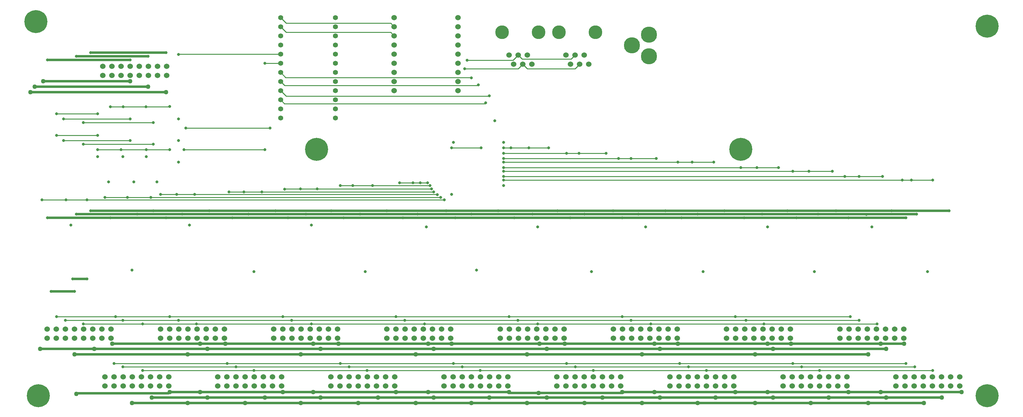
<source format=gbr>
%TF.GenerationSoftware,KiCad,Pcbnew,(6.0.7-1)-1*%
%TF.CreationDate,2023-03-16T12:26:32-07:00*%
%TF.ProjectId,adc_test_board,6164635f-7465-4737-945f-626f6172642e,rev?*%
%TF.SameCoordinates,Original*%
%TF.FileFunction,Copper,L4,Bot*%
%TF.FilePolarity,Positive*%
%FSLAX46Y46*%
G04 Gerber Fmt 4.6, Leading zero omitted, Abs format (unit mm)*
G04 Created by KiCad (PCBNEW (6.0.7-1)-1) date 2023-03-16 12:26:32*
%MOMM*%
%LPD*%
G01*
G04 APERTURE LIST*
%TA.AperFunction,ComponentPad*%
%ADD10C,6.400000*%
%TD*%
%TA.AperFunction,ComponentPad*%
%ADD11C,1.524000*%
%TD*%
%TA.AperFunction,ComponentPad*%
%ADD12C,4.500000*%
%TD*%
%TA.AperFunction,ComponentPad*%
%ADD13C,3.800000*%
%TD*%
%TA.AperFunction,ComponentPad*%
%ADD14C,1.397000*%
%TD*%
%TA.AperFunction,ViaPad*%
%ADD15C,0.800000*%
%TD*%
%TA.AperFunction,ViaPad*%
%ADD16C,1.270000*%
%TD*%
%TA.AperFunction,Conductor*%
%ADD17C,0.635000*%
%TD*%
%TA.AperFunction,Conductor*%
%ADD18C,0.250000*%
%TD*%
G04 APERTURE END LIST*
D10*
%TO.P,H6,1,1*%
%TO.N,unconnected-(H6-Pad1)*%
X209550000Y-72390000D03*
%TD*%
%TO.P,H5,1,1*%
%TO.N,unconnected-(H5-Pad1)*%
X13270000Y-36830000D03*
%TD*%
%TO.P,H4,1,1*%
%TO.N,unconnected-(H4-Pad1)*%
X91440000Y-72390000D03*
%TD*%
%TO.P,H3,1,1*%
%TO.N,unconnected-(H3-Pad1)*%
X13970000Y-140970000D03*
%TD*%
%TO.P,H2,1,1*%
%TO.N,unconnected-(H2-Pad1)*%
X278130000Y-38100000D03*
%TD*%
%TO.P,H1,1,1*%
%TO.N,unconnected-(H1-Pad1)*%
X278130000Y-140970000D03*
%TD*%
D11*
%TO.P,P13,1,P1*%
%TO.N,GND*%
X113030000Y-35760000D03*
%TO.P,P13,2,P2*%
%TO.N,unconnected-(P13-Pad2)*%
X130810000Y-35760000D03*
%TO.P,P13,3,P3*%
%TO.N,/TX*%
X113030000Y-38300000D03*
%TO.P,P13,4,P4*%
%TO.N,unconnected-(P13-Pad4)*%
X130810000Y-38300000D03*
%TO.P,P13,5,P5*%
%TO.N,/RX*%
X113030000Y-40840000D03*
%TO.P,P13,6,P6*%
%TO.N,unconnected-(P13-Pad6)*%
X130810000Y-40840000D03*
%TO.P,P13,7,P7*%
%TO.N,/UC_D12*%
X113030000Y-43380000D03*
%TO.P,P13,8,P8*%
%TO.N,unconnected-(P13-Pad8)*%
X130810000Y-43380000D03*
%TO.P,P13,9,P9*%
%TO.N,unconnected-(P13-Pad9)*%
X113030000Y-45920000D03*
%TO.P,P13,10,P10*%
%TO.N,unconnected-(P13-Pad10)*%
X130810000Y-45920000D03*
%TO.P,P13,11,P11*%
%TO.N,unconnected-(P13-Pad11)*%
X113030000Y-48460000D03*
%TO.P,P13,12,P12*%
%TO.N,unconnected-(P13-Pad12)*%
X130810000Y-48460000D03*
%TO.P,P13,13,P13*%
%TO.N,unconnected-(P13-Pad13)*%
X113030000Y-51000000D03*
%TO.P,P13,14,P14*%
%TO.N,unconnected-(P13-Pad14)*%
X130810000Y-51000000D03*
%TO.P,P13,15,P15*%
%TO.N,+5V*%
X113030000Y-53540000D03*
%TO.P,P13,16,P16*%
%TO.N,/A*%
X130810000Y-53540000D03*
%TO.P,P13,17,P17*%
%TO.N,GND*%
X113030000Y-56080000D03*
%TO.P,P13,18,P18*%
%TO.N,/B*%
X130810000Y-56080000D03*
%TD*%
%TO.P,P15,1,P1*%
%TO.N,unconnected-(P15-Pad1)*%
X205584308Y-124969400D03*
%TO.P,P15,2,P2*%
%TO.N,unconnected-(P15-Pad2)*%
X205584308Y-122429400D03*
%TO.P,P15,3,P3*%
%TO.N,GND*%
X208124308Y-124969400D03*
%TO.P,P15,4,P4*%
%TO.N,/SEL_PD135-*%
X208124308Y-122429400D03*
%TO.P,P15,5,P5*%
%TO.N,GND*%
X210664308Y-124969400D03*
%TO.P,P15,6,P6*%
%TO.N,/SEL_PD90-*%
X210664308Y-122429400D03*
%TO.P,P15,7,P7*%
%TO.N,/LED+*%
X213204308Y-124969400D03*
%TO.P,P15,8,P8*%
%TO.N,/LED-12*%
X213204308Y-122429400D03*
%TO.P,P15,9,P9*%
%TO.N,GND*%
X215744308Y-124969400D03*
%TO.P,P15,10,P10*%
%TO.N,/SEL_TS-*%
X215744308Y-122429400D03*
%TO.P,P15,11,P11*%
%TO.N,/HTR+*%
X218284308Y-124969400D03*
%TO.P,P15,12,P12*%
%TO.N,/HTR-12*%
X218284308Y-122429400D03*
%TO.P,P15,13,P13*%
%TO.N,unconnected-(P15-Pad13)*%
X220824308Y-124969400D03*
%TO.P,P15,14,P14*%
%TO.N,unconnected-(P15-Pad14)*%
X220824308Y-122429400D03*
%TO.P,P15,15,P15*%
%TO.N,/FAN+*%
X223364308Y-124969400D03*
%TO.P,P15,16,P16*%
%TO.N,/FAN-12*%
X223364308Y-122429400D03*
%TD*%
%TO.P,P9,1,P1*%
%TO.N,unconnected-(P9-Pad1)*%
X63931800Y-138270000D03*
%TO.P,P9,2,P2*%
%TO.N,unconnected-(P9-Pad2)*%
X63931800Y-135730000D03*
%TO.P,P9,3,P3*%
%TO.N,GND*%
X66471800Y-138270000D03*
%TO.P,P9,4,P4*%
%TO.N,/SEL_PD135-*%
X66471800Y-135730000D03*
%TO.P,P9,5,P5*%
%TO.N,GND*%
X69011800Y-138270000D03*
%TO.P,P9,6,P6*%
%TO.N,/SEL_PD90-*%
X69011800Y-135730000D03*
%TO.P,P9,7,P7*%
%TO.N,/LED+*%
X71551800Y-138270000D03*
%TO.P,P9,8,P8*%
%TO.N,/LED-3*%
X71551800Y-135730000D03*
%TO.P,P9,9,P9*%
%TO.N,GND*%
X74091800Y-138270000D03*
%TO.P,P9,10,P10*%
%TO.N,/SEL_TS-*%
X74091800Y-135730000D03*
%TO.P,P9,11,P11*%
%TO.N,/HTR+*%
X76631800Y-138270000D03*
%TO.P,P9,12,P12*%
%TO.N,/HTR-3*%
X76631800Y-135730000D03*
%TO.P,P9,13,P13*%
%TO.N,unconnected-(P9-Pad13)*%
X79171800Y-138270000D03*
%TO.P,P9,14,P14*%
%TO.N,unconnected-(P9-Pad14)*%
X79171800Y-135730000D03*
%TO.P,P9,15,P15*%
%TO.N,/FAN+*%
X81711800Y-138270000D03*
%TO.P,P9,16,P16*%
%TO.N,/FAN-3*%
X81711800Y-135730000D03*
%TD*%
%TO.P,P19,1,P1*%
%TO.N,unconnected-(P19-Pad1)*%
X237110000Y-124969400D03*
%TO.P,P19,2,P2*%
%TO.N,unconnected-(P19-Pad2)*%
X237110000Y-122429400D03*
%TO.P,P19,3,P3*%
%TO.N,GND*%
X239650000Y-124969400D03*
%TO.P,P19,4,P4*%
%TO.N,/SEL_PD135-*%
X239650000Y-122429400D03*
%TO.P,P19,5,P5*%
%TO.N,GND*%
X242190000Y-124969400D03*
%TO.P,P19,6,P6*%
%TO.N,/SEL_PD90-*%
X242190000Y-122429400D03*
%TO.P,P19,7,P7*%
%TO.N,/LED+*%
X244730000Y-124969400D03*
%TO.P,P19,8,P8*%
%TO.N,/LED-14*%
X244730000Y-122429400D03*
%TO.P,P19,9,P9*%
%TO.N,GND*%
X247270000Y-124969400D03*
%TO.P,P19,10,P10*%
%TO.N,/SEL_TS-*%
X247270000Y-122429400D03*
%TO.P,P19,11,P11*%
%TO.N,/HTR+*%
X249810000Y-124969400D03*
%TO.P,P19,12,P12*%
%TO.N,/HTR-14*%
X249810000Y-122429400D03*
%TO.P,P19,13,P13*%
%TO.N,unconnected-(P19-Pad13)*%
X252350000Y-124969400D03*
%TO.P,P19,14,P14*%
%TO.N,unconnected-(P19-Pad14)*%
X252350000Y-122429400D03*
%TO.P,P19,15,P15*%
%TO.N,/FAN+*%
X254890000Y-124969400D03*
%TO.P,P19,16,P16*%
%TO.N,/FAN-14*%
X254890000Y-122429400D03*
%TD*%
%TO.P,P18,1,P1*%
%TO.N,unconnected-(P18-Pad1)*%
X111007238Y-124969400D03*
%TO.P,P18,2,P2*%
%TO.N,unconnected-(P18-Pad2)*%
X111007238Y-122429400D03*
%TO.P,P18,3,P3*%
%TO.N,GND*%
X113547238Y-124969400D03*
%TO.P,P18,4,P4*%
%TO.N,/SEL_PD135-*%
X113547238Y-122429400D03*
%TO.P,P18,5,P5*%
%TO.N,GND*%
X116087238Y-124969400D03*
%TO.P,P18,6,P6*%
%TO.N,/SEL_PD90-*%
X116087238Y-122429400D03*
%TO.P,P18,7,P7*%
%TO.N,/LED+*%
X118627238Y-124969400D03*
%TO.P,P18,8,P8*%
%TO.N,/LED-6*%
X118627238Y-122429400D03*
%TO.P,P18,9,P9*%
%TO.N,GND*%
X121167238Y-124969400D03*
%TO.P,P18,10,P10*%
%TO.N,/SEL_TS-*%
X121167238Y-122429400D03*
%TO.P,P18,11,P11*%
%TO.N,/HTR+*%
X123707238Y-124969400D03*
%TO.P,P18,12,P12*%
%TO.N,/HTR-6*%
X123707238Y-122429400D03*
%TO.P,P18,13,P13*%
%TO.N,unconnected-(P18-Pad13)*%
X126247238Y-124969400D03*
%TO.P,P18,14,P14*%
%TO.N,unconnected-(P18-Pad14)*%
X126247238Y-122429400D03*
%TO.P,P18,15,P15*%
%TO.N,/FAN+*%
X128787238Y-124969400D03*
%TO.P,P18,16,P16*%
%TO.N,/FAN-6*%
X128787238Y-122429400D03*
%TD*%
D12*
%TO.P,CON1,1*%
%TO.N,+5V*%
X183937500Y-46500000D03*
%TO.P,CON1,2*%
%TO.N,GND*%
X183937500Y-40500000D03*
%TO.P,CON1,3*%
X179237500Y-43500000D03*
%TD*%
D11*
%TO.P,P16,1,P1*%
%TO.N,unconnected-(P16-Pad1)*%
X95402400Y-138270000D03*
%TO.P,P16,2,P2*%
%TO.N,unconnected-(P16-Pad2)*%
X95402400Y-135730000D03*
%TO.P,P16,3,P3*%
%TO.N,GND*%
X97942400Y-138270000D03*
%TO.P,P16,4,P4*%
%TO.N,/SEL_PD135-*%
X97942400Y-135730000D03*
%TO.P,P16,5,P5*%
%TO.N,GND*%
X100482400Y-138270000D03*
%TO.P,P16,6,P6*%
%TO.N,/SEL_PD90-*%
X100482400Y-135730000D03*
%TO.P,P16,7,P7*%
%TO.N,/LED+*%
X103022400Y-138270000D03*
%TO.P,P16,8,P8*%
%TO.N,/LED-5*%
X103022400Y-135730000D03*
%TO.P,P16,9,P9*%
%TO.N,GND*%
X105562400Y-138270000D03*
%TO.P,P16,10,P10*%
%TO.N,/SEL_TS-*%
X105562400Y-135730000D03*
%TO.P,P16,11,P11*%
%TO.N,/HTR+*%
X108102400Y-138270000D03*
%TO.P,P16,12,P12*%
%TO.N,/HTR-5*%
X108102400Y-135730000D03*
%TO.P,P16,13,P13*%
%TO.N,unconnected-(P16-Pad13)*%
X110642400Y-138270000D03*
%TO.P,P16,14,P14*%
%TO.N,unconnected-(P16-Pad14)*%
X110642400Y-135730000D03*
%TO.P,P16,15,P15*%
%TO.N,/FAN+*%
X113182400Y-138270000D03*
%TO.P,P16,16,P16*%
%TO.N,/FAN-5*%
X113182400Y-135730000D03*
%TD*%
%TO.P,P21,1,P1*%
%TO.N,unconnected-(P21-Pad1)*%
X252755400Y-138270000D03*
%TO.P,P21,2,P2*%
%TO.N,unconnected-(P21-Pad2)*%
X252755400Y-135730000D03*
%TO.P,P21,3,P3*%
%TO.N,GND*%
X255295400Y-138270000D03*
%TO.P,P21,4,P4*%
%TO.N,/SEL_PD135-*%
X255295400Y-135730000D03*
%TO.P,P21,5,P5*%
%TO.N,GND*%
X257835400Y-138270000D03*
%TO.P,P21,6,P6*%
%TO.N,/SEL_PD90-*%
X257835400Y-135730000D03*
%TO.P,P21,7,P7*%
%TO.N,/LED+*%
X260375400Y-138270000D03*
%TO.P,P21,8,P8*%
%TO.N,/LED-15*%
X260375400Y-135730000D03*
%TO.P,P21,9,P9*%
%TO.N,GND*%
X262915400Y-138270000D03*
%TO.P,P21,10,P10*%
%TO.N,/SEL_TS-*%
X262915400Y-135730000D03*
%TO.P,P21,11,P11*%
%TO.N,/HTR+*%
X265455400Y-138270000D03*
%TO.P,P21,12,P12*%
%TO.N,/HTR-15*%
X265455400Y-135730000D03*
%TO.P,P21,13,P13*%
%TO.N,unconnected-(P21-Pad13)*%
X267995400Y-138270000D03*
%TO.P,P21,14,P14*%
%TO.N,unconnected-(P21-Pad14)*%
X267995400Y-135730000D03*
%TO.P,P21,15,P15*%
%TO.N,/FAN+*%
X270535400Y-138270000D03*
%TO.P,P21,16,P16*%
%TO.N,/FAN-15*%
X270535400Y-135730000D03*
%TD*%
%TO.P,P12,1*%
%TO.N,N/C*%
X167200000Y-48719200D03*
%TO.P,P12,2,T2*%
%TO.N,unconnected-(P12-Pad2)*%
X165910000Y-46179200D03*
%TO.P,P12,3,R1*%
%TO.N,/A*%
X164660000Y-48719200D03*
%TO.P,P12,4,T1*%
%TO.N,/B*%
X163370000Y-46179200D03*
%TO.P,P12,5,R2*%
%TO.N,unconnected-(P12-Pad5)*%
X162120000Y-48719200D03*
%TO.P,P12,6*%
%TO.N,N/C*%
X160830000Y-46179200D03*
D13*
%TO.P,P12,MECH*%
X158920000Y-39829200D03*
X169080000Y-39829200D03*
%TD*%
D14*
%TO.P,P6,1,P1*%
%TO.N,/TX*%
X81407000Y-35803200D03*
%TO.P,P6,2,P2*%
%TO.N,+5V*%
X96647000Y-35803200D03*
%TO.P,P6,3,P3*%
%TO.N,/RX*%
X81407000Y-38343200D03*
%TO.P,P6,4,P4*%
%TO.N,GND*%
X96647000Y-38343200D03*
%TO.P,P6,5,P5*%
%TO.N,/RST*%
X81407000Y-40883200D03*
%TO.P,P6,6,P6*%
%TO.N,unconnected-(P6-Pad6)*%
X96647000Y-40883200D03*
%TO.P,P6,7,P7*%
%TO.N,GND*%
X81407000Y-43423200D03*
%TO.P,P6,8,P8*%
%TO.N,+3V3*%
X96647000Y-43423200D03*
%TO.P,P6,9,P9*%
%TO.N,/VIAL_SEL*%
X81407000Y-45963200D03*
%TO.P,P6,10,P10*%
%TO.N,unconnected-(P6-Pad10)*%
X96647000Y-45963200D03*
%TO.P,P6,11,P11*%
%TO.N,/SAM_SEL*%
X81407000Y-48503200D03*
%TO.P,P6,12,P12*%
%TO.N,unconnected-(P6-Pad12)*%
X96647000Y-48503200D03*
%TO.P,P6,13,P13*%
%TO.N,/S0*%
X81407000Y-51043200D03*
%TO.P,P6,14,P14*%
%TO.N,unconnected-(P6-Pad14)*%
X96647000Y-51043200D03*
%TO.P,P6,15,P15*%
%TO.N,/S1*%
X81407000Y-53583200D03*
%TO.P,P6,16,P16*%
%TO.N,unconnected-(P6-Pad16)*%
X96647000Y-53583200D03*
%TO.P,P6,17,P17*%
%TO.N,/S2*%
X81407000Y-56123200D03*
%TO.P,P6,18,P18*%
%TO.N,unconnected-(P6-Pad18)*%
X96647000Y-56123200D03*
%TO.P,P6,19,P19*%
%TO.N,/S3*%
X81407000Y-58663200D03*
%TO.P,P6,20,P20*%
%TO.N,/UC_D12*%
X96647000Y-58663200D03*
%TO.P,P6,21,P21*%
%TO.N,/VIAL_SEL_0*%
X81407000Y-61203200D03*
%TO.P,P6,22,P22*%
%TO.N,unconnected-(P6-Pad22)*%
X96647000Y-61203200D03*
%TO.P,P6,23,P23*%
%TO.N,unconnected-(P6-Pad23)*%
X81407000Y-63743200D03*
%TO.P,P6,24,P24*%
%TO.N,unconnected-(P6-Pad24)*%
X96647000Y-63743200D03*
%TD*%
D11*
%TO.P,P7,1,P1*%
%TO.N,unconnected-(P7-Pad1)*%
X47955858Y-124969400D03*
%TO.P,P7,2,P2*%
%TO.N,unconnected-(P7-Pad2)*%
X47955858Y-122429400D03*
%TO.P,P7,3,P3*%
%TO.N,GND*%
X50495858Y-124969400D03*
%TO.P,P7,4,P4*%
%TO.N,/SEL_PD135-*%
X50495858Y-122429400D03*
%TO.P,P7,5,P5*%
%TO.N,GND*%
X53035858Y-124969400D03*
%TO.P,P7,6,P6*%
%TO.N,/SEL_PD90-*%
X53035858Y-122429400D03*
%TO.P,P7,7,P7*%
%TO.N,/LED+*%
X55575858Y-124969400D03*
%TO.P,P7,8,P8*%
%TO.N,/LED-2*%
X55575858Y-122429400D03*
%TO.P,P7,9,P9*%
%TO.N,GND*%
X58115858Y-124969400D03*
%TO.P,P7,10,P10*%
%TO.N,/SEL_TS-*%
X58115858Y-122429400D03*
%TO.P,P7,11,P11*%
%TO.N,/HTR+*%
X60655858Y-124969400D03*
%TO.P,P7,12,P12*%
%TO.N,/HTR-2*%
X60655858Y-122429400D03*
%TO.P,P7,13,P13*%
%TO.N,unconnected-(P7-Pad13)*%
X63195858Y-124969400D03*
%TO.P,P7,14,P14*%
%TO.N,unconnected-(P7-Pad14)*%
X63195858Y-122429400D03*
%TO.P,P7,15,P15*%
%TO.N,/FAN+*%
X65735858Y-124969400D03*
%TO.P,P7,16,P16*%
%TO.N,/FAN-2*%
X65735858Y-122429400D03*
%TD*%
%TO.P,P20,1,P1*%
%TO.N,unconnected-(P20-Pad1)*%
X126873000Y-138270000D03*
%TO.P,P20,2,P2*%
%TO.N,unconnected-(P20-Pad2)*%
X126873000Y-135730000D03*
%TO.P,P20,3,P3*%
%TO.N,GND*%
X129413000Y-138270000D03*
%TO.P,P20,4,P4*%
%TO.N,/SEL_PD135-*%
X129413000Y-135730000D03*
%TO.P,P20,5,P5*%
%TO.N,GND*%
X131953000Y-138270000D03*
%TO.P,P20,6,P6*%
%TO.N,/SEL_PD90-*%
X131953000Y-135730000D03*
%TO.P,P20,7,P7*%
%TO.N,/LED+*%
X134493000Y-138270000D03*
%TO.P,P20,8,P8*%
%TO.N,/LED-7*%
X134493000Y-135730000D03*
%TO.P,P20,9,P9*%
%TO.N,GND*%
X137033000Y-138270000D03*
%TO.P,P20,10,P10*%
%TO.N,/SEL_TS-*%
X137033000Y-135730000D03*
%TO.P,P20,11,P11*%
%TO.N,/HTR+*%
X139573000Y-138270000D03*
%TO.P,P20,12,P12*%
%TO.N,/HTR-7*%
X139573000Y-135730000D03*
%TO.P,P20,13,P13*%
%TO.N,unconnected-(P20-Pad13)*%
X142113000Y-138270000D03*
%TO.P,P20,14,P14*%
%TO.N,unconnected-(P20-Pad14)*%
X142113000Y-135730000D03*
%TO.P,P20,15,P15*%
%TO.N,/FAN+*%
X144653000Y-138270000D03*
%TO.P,P20,16,P16*%
%TO.N,/FAN-7*%
X144653000Y-135730000D03*
%TD*%
%TO.P,P10,1,P1*%
%TO.N,unconnected-(P10-Pad1)*%
X189814200Y-138270000D03*
%TO.P,P10,2,P2*%
%TO.N,unconnected-(P10-Pad2)*%
X189814200Y-135730000D03*
%TO.P,P10,3,P3*%
%TO.N,GND*%
X192354200Y-138270000D03*
%TO.P,P10,4,P4*%
%TO.N,/SEL_PD135-*%
X192354200Y-135730000D03*
%TO.P,P10,5,P5*%
%TO.N,GND*%
X194894200Y-138270000D03*
%TO.P,P10,6,P6*%
%TO.N,/SEL_PD90-*%
X194894200Y-135730000D03*
%TO.P,P10,7,P7*%
%TO.N,/LED+*%
X197434200Y-138270000D03*
%TO.P,P10,8,P8*%
%TO.N,/LED-11*%
X197434200Y-135730000D03*
%TO.P,P10,9,P9*%
%TO.N,GND*%
X199974200Y-138270000D03*
%TO.P,P10,10,P10*%
%TO.N,/SEL_TS-*%
X199974200Y-135730000D03*
%TO.P,P10,11,P11*%
%TO.N,/HTR+*%
X202514200Y-138270000D03*
%TO.P,P10,12,P12*%
%TO.N,/HTR-11*%
X202514200Y-135730000D03*
%TO.P,P10,13,P13*%
%TO.N,unconnected-(P10-Pad13)*%
X205054200Y-138270000D03*
%TO.P,P10,14,P14*%
%TO.N,unconnected-(P10-Pad14)*%
X205054200Y-135730000D03*
%TO.P,P10,15,P15*%
%TO.N,/FAN+*%
X207594200Y-138270000D03*
%TO.P,P10,16,P16*%
%TO.N,/FAN-11*%
X207594200Y-135730000D03*
%TD*%
%TO.P,P14,1,P1*%
%TO.N,unconnected-(P14-Pad1)*%
X79481548Y-124969400D03*
%TO.P,P14,2,P2*%
%TO.N,unconnected-(P14-Pad2)*%
X79481548Y-122429400D03*
%TO.P,P14,3,P3*%
%TO.N,GND*%
X82021548Y-124969400D03*
%TO.P,P14,4,P4*%
%TO.N,/SEL_PD135-*%
X82021548Y-122429400D03*
%TO.P,P14,5,P5*%
%TO.N,GND*%
X84561548Y-124969400D03*
%TO.P,P14,6,P6*%
%TO.N,/SEL_PD90-*%
X84561548Y-122429400D03*
%TO.P,P14,7,P7*%
%TO.N,/LED+*%
X87101548Y-124969400D03*
%TO.P,P14,8,P8*%
%TO.N,/LED-4*%
X87101548Y-122429400D03*
%TO.P,P14,9,P9*%
%TO.N,GND*%
X89641548Y-124969400D03*
%TO.P,P14,10,P10*%
%TO.N,/SEL_TS-*%
X89641548Y-122429400D03*
%TO.P,P14,11,P11*%
%TO.N,/HTR+*%
X92181548Y-124969400D03*
%TO.P,P14,12,P12*%
%TO.N,/HTR-4*%
X92181548Y-122429400D03*
%TO.P,P14,13,P13*%
%TO.N,unconnected-(P14-Pad13)*%
X94721548Y-124969400D03*
%TO.P,P14,14,P14*%
%TO.N,unconnected-(P14-Pad14)*%
X94721548Y-122429400D03*
%TO.P,P14,15,P15*%
%TO.N,/FAN+*%
X97261548Y-124969400D03*
%TO.P,P14,16,P16*%
%TO.N,/FAN-4*%
X97261548Y-122429400D03*
%TD*%
%TO.P,P8,1,P1*%
%TO.N,unconnected-(P8-Pad1)*%
X174058618Y-124969400D03*
%TO.P,P8,2,P2*%
%TO.N,unconnected-(P8-Pad2)*%
X174058618Y-122429400D03*
%TO.P,P8,3,P3*%
%TO.N,GND*%
X176598618Y-124969400D03*
%TO.P,P8,4,P4*%
%TO.N,/SEL_PD135-*%
X176598618Y-122429400D03*
%TO.P,P8,5,P5*%
%TO.N,GND*%
X179138618Y-124969400D03*
%TO.P,P8,6,P6*%
%TO.N,/SEL_PD90-*%
X179138618Y-122429400D03*
%TO.P,P8,7,P7*%
%TO.N,/LED+*%
X181678618Y-124969400D03*
%TO.P,P8,8,P8*%
%TO.N,/LED-10*%
X181678618Y-122429400D03*
%TO.P,P8,9,P9*%
%TO.N,GND*%
X184218618Y-124969400D03*
%TO.P,P8,10,P10*%
%TO.N,/SEL_TS-*%
X184218618Y-122429400D03*
%TO.P,P8,11,P11*%
%TO.N,/HTR+*%
X186758618Y-124969400D03*
%TO.P,P8,12,P12*%
%TO.N,/HTR-10*%
X186758618Y-122429400D03*
%TO.P,P8,13,P13*%
%TO.N,unconnected-(P8-Pad13)*%
X189298618Y-124969400D03*
%TO.P,P8,14,P14*%
%TO.N,unconnected-(P8-Pad14)*%
X189298618Y-122429400D03*
%TO.P,P8,15,P15*%
%TO.N,/FAN+*%
X191838618Y-124969400D03*
%TO.P,P8,16,P16*%
%TO.N,/FAN-10*%
X191838618Y-122429400D03*
%TD*%
%TO.P,P1,1,P1*%
%TO.N,unconnected-(P1-Pad1)*%
X31904768Y-51830600D03*
%TO.P,P1,2,P2*%
%TO.N,unconnected-(P1-Pad2)*%
X31904768Y-49290600D03*
%TO.P,P1,3,P3*%
%TO.N,GND*%
X34444768Y-51830600D03*
%TO.P,P1,4,P4*%
%TO.N,/PD135-*%
X34444768Y-49290600D03*
%TO.P,P1,5,P5*%
%TO.N,/PD90+*%
X36984768Y-51830600D03*
%TO.P,P1,6,P6*%
%TO.N,/PD90-*%
X36984768Y-49290600D03*
%TO.P,P1,7,P7*%
%TO.N,/LED+*%
X39524768Y-51830600D03*
%TO.P,P1,8,P8*%
%TO.N,/LED-*%
X39524768Y-49290600D03*
%TO.P,P1,9,P9*%
%TO.N,GND*%
X42064768Y-51830600D03*
%TO.P,P1,10,P10*%
%TO.N,/TS-*%
X42064768Y-49290600D03*
%TO.P,P1,11,P11*%
%TO.N,/HTR+*%
X44604768Y-51830600D03*
%TO.P,P1,12,P12*%
%TO.N,/HTR-*%
X44604768Y-49290600D03*
%TO.P,P1,13,P13*%
%TO.N,unconnected-(P1-Pad13)*%
X47144768Y-51830600D03*
%TO.P,P1,14,P14*%
%TO.N,unconnected-(P1-Pad14)*%
X47144768Y-49290600D03*
%TO.P,P1,15,P15*%
%TO.N,/FAN+*%
X49684768Y-51830600D03*
%TO.P,P1,16,P16*%
%TO.N,/FAN-*%
X49684768Y-49290600D03*
%TD*%
%TO.P,P17,1,P1*%
%TO.N,unconnected-(P17-Pad1)*%
X221284800Y-138270000D03*
%TO.P,P17,2,P2*%
%TO.N,unconnected-(P17-Pad2)*%
X221284800Y-135730000D03*
%TO.P,P17,3,P3*%
%TO.N,GND*%
X223824800Y-138270000D03*
%TO.P,P17,4,P4*%
%TO.N,/SEL_PD135-*%
X223824800Y-135730000D03*
%TO.P,P17,5,P5*%
%TO.N,GND*%
X226364800Y-138270000D03*
%TO.P,P17,6,P6*%
%TO.N,/SEL_PD90-*%
X226364800Y-135730000D03*
%TO.P,P17,7,P7*%
%TO.N,/LED+*%
X228904800Y-138270000D03*
%TO.P,P17,8,P8*%
%TO.N,/LED-13*%
X228904800Y-135730000D03*
%TO.P,P17,9,P9*%
%TO.N,GND*%
X231444800Y-138270000D03*
%TO.P,P17,10,P10*%
%TO.N,/SEL_TS-*%
X231444800Y-135730000D03*
%TO.P,P17,11,P11*%
%TO.N,/HTR+*%
X233984800Y-138270000D03*
%TO.P,P17,12,P12*%
%TO.N,/HTR-13*%
X233984800Y-135730000D03*
%TO.P,P17,13,P13*%
%TO.N,unconnected-(P17-Pad13)*%
X236524800Y-138270000D03*
%TO.P,P17,14,P14*%
%TO.N,unconnected-(P17-Pad14)*%
X236524800Y-135730000D03*
%TO.P,P17,15,P15*%
%TO.N,/FAN+*%
X239064800Y-138270000D03*
%TO.P,P17,16,P16*%
%TO.N,/FAN-13*%
X239064800Y-135730000D03*
%TD*%
%TO.P,P11,1*%
%TO.N,N/C*%
X151386500Y-48719200D03*
%TO.P,P11,2,T2*%
%TO.N,unconnected-(P11-Pad2)*%
X150096500Y-46179200D03*
%TO.P,P11,3,R1*%
%TO.N,/A*%
X148846500Y-48719200D03*
%TO.P,P11,4,T1*%
%TO.N,/B*%
X147556500Y-46179200D03*
%TO.P,P11,5,R2*%
%TO.N,unconnected-(P11-Pad5)*%
X146306500Y-48719200D03*
%TO.P,P11,6*%
%TO.N,N/C*%
X145016500Y-46179200D03*
D13*
%TO.P,P11,MECH*%
X143106500Y-39829200D03*
X153266500Y-39829200D03*
%TD*%
D11*
%TO.P,P4,1,P1*%
%TO.N,unconnected-(P4-Pad1)*%
X32461200Y-138270000D03*
%TO.P,P4,2,P2*%
%TO.N,unconnected-(P4-Pad2)*%
X32461200Y-135730000D03*
%TO.P,P4,3,P3*%
%TO.N,GND*%
X35001200Y-138270000D03*
%TO.P,P4,4,P4*%
%TO.N,/SEL_PD135-*%
X35001200Y-135730000D03*
%TO.P,P4,5,P5*%
%TO.N,GND*%
X37541200Y-138270000D03*
%TO.P,P4,6,P6*%
%TO.N,/SEL_PD90-*%
X37541200Y-135730000D03*
%TO.P,P4,7,P7*%
%TO.N,/LED+*%
X40081200Y-138270000D03*
%TO.P,P4,8,P8*%
%TO.N,/LED-1*%
X40081200Y-135730000D03*
%TO.P,P4,9,P9*%
%TO.N,GND*%
X42621200Y-138270000D03*
%TO.P,P4,10,P10*%
%TO.N,/SEL_TS-*%
X42621200Y-135730000D03*
%TO.P,P4,11,P11*%
%TO.N,/HTR+*%
X45161200Y-138270000D03*
%TO.P,P4,12,P12*%
%TO.N,/HTR-1*%
X45161200Y-135730000D03*
%TO.P,P4,13,P13*%
%TO.N,unconnected-(P4-Pad13)*%
X47701200Y-138270000D03*
%TO.P,P4,14,P14*%
%TO.N,unconnected-(P4-Pad14)*%
X47701200Y-135730000D03*
%TO.P,P4,15,P15*%
%TO.N,/FAN+*%
X50241200Y-138270000D03*
%TO.P,P4,16,P16*%
%TO.N,/FAN-1*%
X50241200Y-135730000D03*
%TD*%
%TO.P,P3,1,P1*%
%TO.N,unconnected-(P3-Pad1)*%
X142532928Y-124969400D03*
%TO.P,P3,2,P2*%
%TO.N,unconnected-(P3-Pad2)*%
X142532928Y-122429400D03*
%TO.P,P3,3,P3*%
%TO.N,GND*%
X145072928Y-124969400D03*
%TO.P,P3,4,P4*%
%TO.N,/SEL_PD135-*%
X145072928Y-122429400D03*
%TO.P,P3,5,P5*%
%TO.N,GND*%
X147612928Y-124969400D03*
%TO.P,P3,6,P6*%
%TO.N,/SEL_PD90-*%
X147612928Y-122429400D03*
%TO.P,P3,7,P7*%
%TO.N,/LED+*%
X150152928Y-124969400D03*
%TO.P,P3,8,P8*%
%TO.N,/LED-8*%
X150152928Y-122429400D03*
%TO.P,P3,9,P9*%
%TO.N,GND*%
X152692928Y-124969400D03*
%TO.P,P3,10,P10*%
%TO.N,/SEL_TS-*%
X152692928Y-122429400D03*
%TO.P,P3,11,P11*%
%TO.N,/HTR+*%
X155232928Y-124969400D03*
%TO.P,P3,12,P12*%
%TO.N,/HTR-8*%
X155232928Y-122429400D03*
%TO.P,P3,13,P13*%
%TO.N,unconnected-(P3-Pad13)*%
X157772928Y-124969400D03*
%TO.P,P3,14,P14*%
%TO.N,unconnected-(P3-Pad14)*%
X157772928Y-122429400D03*
%TO.P,P3,15,P15*%
%TO.N,/FAN+*%
X160312928Y-124969400D03*
%TO.P,P3,16,P16*%
%TO.N,/FAN-8*%
X160312928Y-122429400D03*
%TD*%
%TO.P,P2,1,P1*%
%TO.N,unconnected-(P2-Pad1)*%
X16430168Y-124969400D03*
%TO.P,P2,2,P2*%
%TO.N,unconnected-(P2-Pad2)*%
X16430168Y-122429400D03*
%TO.P,P2,3,P3*%
%TO.N,GND*%
X18970168Y-124969400D03*
%TO.P,P2,4,P4*%
%TO.N,/SEL_PD135-*%
X18970168Y-122429400D03*
%TO.P,P2,5,P5*%
%TO.N,GND*%
X21510168Y-124969400D03*
%TO.P,P2,6,P6*%
%TO.N,/SEL_PD90-*%
X21510168Y-122429400D03*
%TO.P,P2,7,P7*%
%TO.N,/LED+*%
X24050168Y-124969400D03*
%TO.P,P2,8,P8*%
%TO.N,/LED-0*%
X24050168Y-122429400D03*
%TO.P,P2,9,P9*%
%TO.N,GND*%
X26590168Y-124969400D03*
%TO.P,P2,10,P10*%
%TO.N,/SEL_TS-*%
X26590168Y-122429400D03*
%TO.P,P2,11,P11*%
%TO.N,/HTR+*%
X29130168Y-124969400D03*
%TO.P,P2,12,P12*%
%TO.N,/HTR-0*%
X29130168Y-122429400D03*
%TO.P,P2,13,P13*%
%TO.N,unconnected-(P2-Pad13)*%
X31670168Y-124969400D03*
%TO.P,P2,14,P14*%
%TO.N,unconnected-(P2-Pad14)*%
X31670168Y-122429400D03*
%TO.P,P2,15,P15*%
%TO.N,/FAN+*%
X34210168Y-124969400D03*
%TO.P,P2,16,P16*%
%TO.N,/FAN-0*%
X34210168Y-122429400D03*
%TD*%
%TO.P,P5,1,P1*%
%TO.N,unconnected-(P5-Pad1)*%
X158343600Y-138270000D03*
%TO.P,P5,2,P2*%
%TO.N,unconnected-(P5-Pad2)*%
X158343600Y-135730000D03*
%TO.P,P5,3,P3*%
%TO.N,GND*%
X160883600Y-138270000D03*
%TO.P,P5,4,P4*%
%TO.N,/SEL_PD135-*%
X160883600Y-135730000D03*
%TO.P,P5,5,P5*%
%TO.N,GND*%
X163423600Y-138270000D03*
%TO.P,P5,6,P6*%
%TO.N,/SEL_PD90-*%
X163423600Y-135730000D03*
%TO.P,P5,7,P7*%
%TO.N,/LED+*%
X165963600Y-138270000D03*
%TO.P,P5,8,P8*%
%TO.N,/LED-9*%
X165963600Y-135730000D03*
%TO.P,P5,9,P9*%
%TO.N,GND*%
X168503600Y-138270000D03*
%TO.P,P5,10,P10*%
%TO.N,/SEL_TS-*%
X168503600Y-135730000D03*
%TO.P,P5,11,P11*%
%TO.N,/HTR+*%
X171043600Y-138270000D03*
%TO.P,P5,12,P12*%
%TO.N,/HTR-9*%
X171043600Y-135730000D03*
%TO.P,P5,13,P13*%
%TO.N,unconnected-(P5-Pad13)*%
X173583600Y-138270000D03*
%TO.P,P5,14,P14*%
%TO.N,unconnected-(P5-Pad14)*%
X173583600Y-135730000D03*
%TO.P,P5,15,P15*%
%TO.N,/FAN+*%
X176123600Y-138270000D03*
%TO.P,P5,16,P16*%
%TO.N,/FAN-9*%
X176123600Y-135730000D03*
%TD*%
D15*
%TO.N,GND*%
X261500000Y-106500000D03*
X153000000Y-94000000D03*
X53000000Y-70000000D03*
X23000000Y-93500000D03*
X168000000Y-106500000D03*
X199000000Y-106500000D03*
X44000000Y-74500000D03*
X141000000Y-64500000D03*
X230000000Y-106500000D03*
X53000000Y-64000000D03*
X129000000Y-85000000D03*
X40000000Y-106000000D03*
X37500000Y-74500000D03*
X105000000Y-106500000D03*
X136000000Y-106000000D03*
X217000000Y-94000000D03*
X74000000Y-106500000D03*
X143500000Y-82500000D03*
X53000000Y-76000000D03*
X122000000Y-94000000D03*
X183000000Y-94000000D03*
X90000000Y-93500000D03*
X30500000Y-74500000D03*
X246000000Y-94000000D03*
X56000000Y-93500000D03*
%TO.N,+3V3*%
X40500000Y-81500000D03*
X129500000Y-70500000D03*
X33500000Y-81500000D03*
X47000000Y-81500000D03*
X143500000Y-70500000D03*
D16*
%TO.N,/LED+*%
X39500000Y-53500000D03*
X166000000Y-143000000D03*
X197500000Y-143000000D03*
X40000000Y-143000000D03*
X103000000Y-143000000D03*
X260500000Y-143000000D03*
X150000000Y-143000000D03*
X87000000Y-129500000D03*
X182000000Y-143000000D03*
X229000000Y-143000000D03*
X150000000Y-129500000D03*
X15348000Y-53500000D03*
X182000000Y-129500000D03*
X71500000Y-143000000D03*
X245000000Y-129500000D03*
X24000000Y-129500000D03*
X119000000Y-129500000D03*
X55500000Y-143000000D03*
X213500000Y-143000000D03*
X87000000Y-143000000D03*
X119000000Y-143000000D03*
X213500000Y-129500000D03*
X134500000Y-143000000D03*
X55500000Y-129500000D03*
X245000000Y-143000000D03*
D15*
%TO.N,/LED-*%
X99000000Y-91500000D03*
X210500000Y-91500000D03*
X83500000Y-91500000D03*
X115500000Y-91500000D03*
X68000000Y-91500000D03*
X193000000Y-91500000D03*
X239500000Y-91500000D03*
X146500000Y-91500000D03*
X255500000Y-91500000D03*
X16500000Y-91500000D03*
X176500000Y-91500000D03*
X130000000Y-91500000D03*
X34000000Y-91500000D03*
X39500000Y-47500000D03*
X49500000Y-91500000D03*
X16500000Y-47500000D03*
X162000000Y-91500000D03*
X225000000Y-91500000D03*
D16*
%TO.N,/HTR+*%
X92500000Y-141500000D03*
X14500000Y-128000000D03*
X155500000Y-141500000D03*
X250000000Y-141500000D03*
X250000000Y-128000000D03*
X61000000Y-141500000D03*
X108500000Y-141500000D03*
X187000000Y-128000000D03*
X187000000Y-141500000D03*
X45500000Y-141500000D03*
X12930500Y-55009399D03*
X124000000Y-141500000D03*
X202500000Y-141500000D03*
X171000000Y-141500000D03*
X265500000Y-141500000D03*
X124000000Y-128000000D03*
X139500000Y-141500000D03*
X218500000Y-128000000D03*
X218500000Y-141500000D03*
X234000000Y-141500000D03*
X92500000Y-128000000D03*
X155500000Y-128000000D03*
X44500000Y-55000000D03*
X29500000Y-128000000D03*
X77000000Y-141500000D03*
X61000000Y-128000000D03*
D15*
%TO.N,/HTR-*%
X231000000Y-90500000D03*
X119500000Y-90500000D03*
X88500000Y-90500000D03*
X166000000Y-90500000D03*
X103500000Y-90500000D03*
X24500000Y-46500000D03*
X44500000Y-46500000D03*
X72500000Y-90500000D03*
X181000000Y-90500000D03*
X244500000Y-90583000D03*
X258500000Y-90500000D03*
X215500000Y-90500000D03*
X24500000Y-90500000D03*
X41500000Y-90500000D03*
X197500000Y-90500000D03*
X134500000Y-90500000D03*
X151500000Y-90500000D03*
X54000000Y-90500000D03*
D16*
%TO.N,/FAN+*%
X59000000Y-126500000D03*
X49500000Y-56500000D03*
X24500000Y-140500000D03*
X185500000Y-140000000D03*
X90500000Y-126500000D03*
X248500000Y-140000000D03*
X59000000Y-140000000D03*
X176500000Y-140000000D03*
X208000000Y-140000000D03*
X239500000Y-140000000D03*
X217000000Y-126500000D03*
X185500000Y-126500000D03*
X11778500Y-56500000D03*
X66000000Y-126500000D03*
X122500000Y-140000000D03*
X223500000Y-126500000D03*
X192000000Y-126500000D03*
X122500000Y-126500000D03*
X129000000Y-126500000D03*
X255000000Y-126500000D03*
X160500000Y-126500000D03*
X34500000Y-126500000D03*
X217000000Y-140000000D03*
X145000000Y-140000000D03*
X50500000Y-140000000D03*
X153500000Y-126500000D03*
X90500000Y-140000000D03*
X97500000Y-126500000D03*
X113500000Y-140000000D03*
X82000000Y-140000000D03*
X271000000Y-140000000D03*
X153273043Y-140273043D03*
X248500000Y-126500000D03*
D15*
%TO.N,/FAN-*%
X236000000Y-89500000D03*
X222500000Y-89500000D03*
X251500000Y-89500000D03*
X95500000Y-89500000D03*
X142000000Y-89500000D03*
X174000000Y-89500000D03*
X188500000Y-89500000D03*
X205000000Y-89500000D03*
X158500000Y-89500000D03*
X267500000Y-89500000D03*
X61500000Y-89500000D03*
X28500000Y-45500000D03*
X80000000Y-89500000D03*
X49500000Y-45500000D03*
X111000000Y-89500000D03*
X28500000Y-89500000D03*
X127500000Y-89500000D03*
X46000000Y-89500000D03*
%TO.N,/SEL_PD135-*%
X19000000Y-62500000D03*
X35500000Y-119000000D03*
X161000000Y-132000000D03*
X66500000Y-132000000D03*
X19000000Y-119000000D03*
X129500000Y-132000000D03*
X30500000Y-62500000D03*
X145000000Y-119000000D03*
X176500000Y-119000000D03*
X35000000Y-132000000D03*
X192500000Y-132000000D03*
X255500000Y-132000000D03*
X224000000Y-132000000D03*
X98000000Y-132000000D03*
X208000000Y-119000000D03*
X113500000Y-119000000D03*
X19000000Y-68500000D03*
X82000000Y-119000000D03*
X50500000Y-119000000D03*
X30500000Y-68500000D03*
X240000000Y-119000000D03*
%TO.N,/SEL_PD90-*%
X84500000Y-120000000D03*
X21000000Y-70000000D03*
X39500000Y-70000000D03*
X132000000Y-133000000D03*
X147500000Y-120000000D03*
X179000000Y-120000000D03*
X53000000Y-120000000D03*
X195000000Y-133000000D03*
X21000000Y-64000000D03*
X100500000Y-133000000D03*
X39500000Y-64000000D03*
X242500000Y-120000000D03*
X258000000Y-133000000D03*
X69000000Y-133000000D03*
X226500000Y-133000000D03*
X116000000Y-120000000D03*
X37500000Y-120000000D03*
X163500000Y-133000000D03*
X21500000Y-120000000D03*
X37500000Y-133000000D03*
X211000000Y-120000000D03*
%TO.N,/LED-0*%
X24000000Y-112000000D03*
X17500000Y-112000000D03*
%TO.N,/SEL_TS-*%
X46000000Y-71000000D03*
X26500000Y-71000000D03*
X90000000Y-121000000D03*
X137000000Y-134000000D03*
X153000000Y-121000000D03*
X231500000Y-134000000D03*
X105500000Y-134000000D03*
X216000000Y-121000000D03*
X43000000Y-121000000D03*
X46000000Y-65000000D03*
X263000000Y-134000000D03*
X43000000Y-134000000D03*
X58000000Y-121000000D03*
X74000000Y-134000000D03*
X168500000Y-134000000D03*
X247500000Y-121000000D03*
X121500000Y-121000000D03*
X26500000Y-121000000D03*
X26500000Y-65000000D03*
X200000000Y-134000000D03*
X184500000Y-121000000D03*
%TO.N,/HTR-0*%
X27500000Y-108500000D03*
X23500000Y-108500000D03*
%TO.N,/VIAL_SEL*%
X37600500Y-60600500D03*
X53000000Y-46000000D03*
X50500000Y-60500000D03*
X43899500Y-60600500D03*
X34000000Y-60600500D03*
%TO.N,/S0*%
X134500000Y-52500000D03*
%TO.N,/S1*%
X136500000Y-54500000D03*
%TO.N,/S2*%
X139500000Y-57500000D03*
%TO.N,/S3*%
X138500000Y-59500000D03*
%TO.N,/SAM_SEL*%
X54500000Y-72500000D03*
X44000000Y-72500000D03*
X50500000Y-72500000D03*
X37000000Y-72500000D03*
X77000000Y-72500000D03*
X77000000Y-48500000D03*
X30500000Y-72500000D03*
%TO.N,/Y8*%
X145500000Y-72000000D03*
X156000000Y-72000000D03*
X150500000Y-72000000D03*
X143500000Y-72000000D03*
%TO.N,/Y0*%
X21649500Y-86500000D03*
X27500000Y-86500000D03*
X15000000Y-86500000D03*
X127000000Y-86500000D03*
%TO.N,/Y9*%
X143500000Y-73500000D03*
X161000000Y-73500000D03*
X164500000Y-73500000D03*
X172000000Y-73500000D03*
%TO.N,/Y1*%
X45275500Y-85775500D03*
X126000000Y-85775500D03*
X38775500Y-85775500D03*
X32500000Y-85775500D03*
%TO.N,/Y10*%
X186000000Y-75000000D03*
X175500000Y-75000000D03*
X179000000Y-75000000D03*
X143500000Y-75000000D03*
%TO.N,/Y2*%
X125000000Y-85051000D03*
X52500000Y-85000000D03*
X48000000Y-85000000D03*
X57500000Y-85000000D03*
%TO.N,/Y11*%
X202000000Y-76000000D03*
X143500000Y-76000000D03*
X192000000Y-76000000D03*
X196000000Y-76000000D03*
%TO.N,/Y3*%
X71224500Y-84275500D03*
X124000000Y-84275500D03*
X76224500Y-84275500D03*
X67000000Y-84275500D03*
%TO.N,/Y12*%
X220000000Y-77500000D03*
X209500000Y-77500000D03*
X143500000Y-77500000D03*
X214000000Y-77500000D03*
%TO.N,/Y4*%
X86935462Y-83435462D03*
X123458390Y-83435462D03*
X91564538Y-83435462D03*
X82500000Y-83500000D03*
%TO.N,/Y13*%
X224000000Y-78500000D03*
X228500000Y-78500000D03*
X143500000Y-78500000D03*
X235000000Y-78500000D03*
%TO.N,/Y5*%
X107000000Y-82500000D03*
X101500000Y-82500000D03*
X123000000Y-82500000D03*
X98000000Y-82500000D03*
%TO.N,/Y14*%
X143500000Y-80000000D03*
X242500000Y-80000000D03*
X238500000Y-80000000D03*
X249000000Y-80000000D03*
%TO.N,/Y6*%
X118275500Y-81775500D03*
X114500000Y-81775500D03*
X120275500Y-81775500D03*
X122293245Y-81775500D03*
%TO.N,/Y15*%
X257000000Y-81000000D03*
X254500000Y-81000000D03*
X143500000Y-81000000D03*
X263000000Y-81000000D03*
%TO.N,/Y7*%
X137224500Y-72000000D03*
X129000000Y-72000000D03*
%TO.N,/B*%
X133367800Y-47632200D03*
%TO.N,/A*%
X132643300Y-50000000D03*
%TO.N,/VIAL_SEL_0*%
X78500000Y-66500000D03*
X55000000Y-66500000D03*
%TD*%
D17*
%TO.N,/LED+*%
X87000000Y-129500000D02*
X119000000Y-129500000D01*
X119000000Y-129500000D02*
X150000000Y-129500000D01*
X213500000Y-143000000D02*
X229000000Y-143000000D01*
X245000000Y-143000000D02*
X260500000Y-143000000D01*
X40000000Y-143000000D02*
X55500000Y-143000000D01*
X166000000Y-143000000D02*
X182000000Y-143000000D01*
X182000000Y-143000000D02*
X197500000Y-143000000D01*
X55500000Y-129500000D02*
X87000000Y-129500000D01*
X134500000Y-143000000D02*
X150000000Y-143000000D01*
X24000000Y-129500000D02*
X55500000Y-129500000D01*
X150000000Y-143000000D02*
X166000000Y-143000000D01*
X39500000Y-53500000D02*
X15348000Y-53500000D01*
X229000000Y-143000000D02*
X245000000Y-143000000D01*
X87000000Y-143000000D02*
X103000000Y-143000000D01*
X103000000Y-143000000D02*
X119000000Y-143000000D01*
X150000000Y-129500000D02*
X182000000Y-129500000D01*
X119000000Y-143000000D02*
X134500000Y-143000000D01*
X182000000Y-129500000D02*
X213500000Y-129500000D01*
X213500000Y-129500000D02*
X245000000Y-129500000D01*
X197500000Y-143000000D02*
X213500000Y-143000000D01*
X55500000Y-143000000D02*
X71500000Y-143000000D01*
X71500000Y-143000000D02*
X87000000Y-143000000D01*
%TO.N,/LED-*%
X16500000Y-47500000D02*
X39500000Y-47500000D01*
X162000000Y-91500000D02*
X146500000Y-91500000D01*
X49500000Y-91500000D02*
X34000000Y-91500000D01*
X239500000Y-91500000D02*
X225000000Y-91500000D01*
X255500000Y-91500000D02*
X239500000Y-91500000D01*
X193000000Y-91500000D02*
X176500000Y-91500000D01*
X210500000Y-91500000D02*
X193000000Y-91500000D01*
X83500000Y-91500000D02*
X68000000Y-91500000D01*
X34000000Y-91500000D02*
X16500000Y-91500000D01*
X68000000Y-91500000D02*
X49500000Y-91500000D01*
X99000000Y-91500000D02*
X83500000Y-91500000D01*
X115500000Y-91500000D02*
X99000000Y-91500000D01*
X225000000Y-91500000D02*
X210500000Y-91500000D01*
X176500000Y-91500000D02*
X162000000Y-91500000D01*
X146500000Y-91500000D02*
X130000000Y-91500000D01*
X130000000Y-91500000D02*
X115500000Y-91500000D01*
%TO.N,/HTR+*%
X92500000Y-128000000D02*
X124000000Y-128000000D01*
X124000000Y-141500000D02*
X139500000Y-141500000D01*
X61000000Y-141500000D02*
X77000000Y-141500000D01*
X218500000Y-128000000D02*
X250000000Y-128000000D01*
X171000000Y-141500000D02*
X187000000Y-141500000D01*
X12939899Y-55000000D02*
X12930500Y-55009399D01*
X14500000Y-128000000D02*
X29500000Y-128000000D01*
X124000000Y-128000000D02*
X155500000Y-128000000D01*
X92500000Y-141500000D02*
X108500000Y-141500000D01*
X187000000Y-141500000D02*
X202500000Y-141500000D01*
X44500000Y-55000000D02*
X12939899Y-55000000D01*
X187000000Y-128000000D02*
X218500000Y-128000000D01*
X250000000Y-141500000D02*
X265500000Y-141500000D01*
X108500000Y-141500000D02*
X124000000Y-141500000D01*
X45500000Y-141500000D02*
X61000000Y-141500000D01*
X218500000Y-141500000D02*
X234000000Y-141500000D01*
X155500000Y-128000000D02*
X187000000Y-128000000D01*
X234000000Y-141500000D02*
X250000000Y-141500000D01*
X202500000Y-141500000D02*
X218500000Y-141500000D01*
X77000000Y-141500000D02*
X92500000Y-141500000D01*
X155500000Y-141500000D02*
X171000000Y-141500000D01*
X29500000Y-128000000D02*
X61000000Y-128000000D01*
X139500000Y-141500000D02*
X155500000Y-141500000D01*
X61000000Y-128000000D02*
X92500000Y-128000000D01*
%TO.N,/HTR-*%
X244583000Y-90500000D02*
X244500000Y-90583000D01*
X244417000Y-90500000D02*
X231000000Y-90500000D01*
X215500000Y-90500000D02*
X197500000Y-90500000D01*
X119500000Y-90500000D02*
X103500000Y-90500000D01*
X88500000Y-90500000D02*
X72500000Y-90500000D01*
X197500000Y-90500000D02*
X181000000Y-90500000D01*
X72500000Y-90500000D02*
X54000000Y-90500000D01*
X134500000Y-90500000D02*
X119500000Y-90500000D01*
X54000000Y-90500000D02*
X41500000Y-90500000D01*
X24500000Y-46500000D02*
X44500000Y-46500000D01*
X151500000Y-90500000D02*
X134500000Y-90500000D01*
X41500000Y-90500000D02*
X24500000Y-90500000D01*
X166000000Y-90500000D02*
X151500000Y-90500000D01*
X258500000Y-90500000D02*
X244583000Y-90500000D01*
X231000000Y-90500000D02*
X215500000Y-90500000D01*
X103500000Y-90500000D02*
X88500000Y-90500000D01*
X244500000Y-90583000D02*
X244417000Y-90500000D01*
X181000000Y-90500000D02*
X166000000Y-90500000D01*
%TO.N,/FAN+*%
X97500000Y-126500000D02*
X122500000Y-126500000D01*
X50500000Y-140000000D02*
X59000000Y-140000000D01*
X66000000Y-126500000D02*
X90500000Y-126500000D01*
X90500000Y-140000000D02*
X113500000Y-140000000D01*
X176226957Y-140273043D02*
X176500000Y-140000000D01*
X185500000Y-140000000D02*
X208000000Y-140000000D01*
X129000000Y-126500000D02*
X153500000Y-126500000D01*
X145273043Y-140273043D02*
X153273043Y-140273043D01*
X153500000Y-126500000D02*
X160500000Y-126500000D01*
X24652500Y-140347500D02*
X50152500Y-140347500D01*
X59000000Y-140000000D02*
X60500000Y-140000000D01*
X145000000Y-140000000D02*
X145273043Y-140273043D01*
X239500000Y-140000000D02*
X248500000Y-140000000D01*
X223500000Y-126500000D02*
X248500000Y-126500000D01*
X248500000Y-126500000D02*
X255000000Y-126500000D01*
X49500000Y-56500000D02*
X11778500Y-56500000D01*
X60500000Y-140000000D02*
X62500000Y-140000000D01*
X122500000Y-140000000D02*
X145000000Y-140000000D01*
X176500000Y-140000000D02*
X185500000Y-140000000D01*
X122500000Y-126500000D02*
X129000000Y-126500000D01*
X34500000Y-126500000D02*
X59000000Y-126500000D01*
X82000000Y-140000000D02*
X90500000Y-140000000D01*
X153273043Y-140273043D02*
X176226957Y-140273043D01*
X217000000Y-126500000D02*
X223500000Y-126500000D01*
X192000000Y-126500000D02*
X217000000Y-126500000D01*
X160500000Y-126500000D02*
X185500000Y-126500000D01*
X24500000Y-140500000D02*
X24652500Y-140347500D01*
X113500000Y-140000000D02*
X122500000Y-140000000D01*
X185500000Y-126500000D02*
X192000000Y-126500000D01*
X90500000Y-126500000D02*
X97500000Y-126500000D01*
X59000000Y-126500000D02*
X62500000Y-126500000D01*
X62500000Y-140000000D02*
X82000000Y-140000000D01*
X50152500Y-140347500D02*
X50500000Y-140000000D01*
X248500000Y-140000000D02*
X271000000Y-140000000D01*
X62500000Y-126500000D02*
X66000000Y-126500000D01*
X208000000Y-140000000D02*
X217000000Y-140000000D01*
X217000000Y-140000000D02*
X239500000Y-140000000D01*
%TO.N,/FAN-*%
X158500000Y-89500000D02*
X142000000Y-89500000D01*
X222500000Y-89500000D02*
X205000000Y-89500000D01*
X142000000Y-89500000D02*
X127500000Y-89500000D01*
X111000000Y-89500000D02*
X95500000Y-89500000D01*
X174000000Y-89500000D02*
X158500000Y-89500000D01*
X46000000Y-89500000D02*
X28500000Y-89500000D01*
X267500000Y-89500000D02*
X251500000Y-89500000D01*
X236000000Y-89500000D02*
X222500000Y-89500000D01*
X80000000Y-89500000D02*
X61500000Y-89500000D01*
X61500000Y-89500000D02*
X46000000Y-89500000D01*
X28500000Y-45500000D02*
X49500000Y-45500000D01*
X127500000Y-89500000D02*
X111000000Y-89500000D01*
X188500000Y-89500000D02*
X174000000Y-89500000D01*
X205000000Y-89500000D02*
X188500000Y-89500000D01*
X251500000Y-89500000D02*
X236000000Y-89500000D01*
X95500000Y-89500000D02*
X80000000Y-89500000D01*
D18*
%TO.N,/SEL_PD135-*%
X145000000Y-119000000D02*
X176500000Y-119000000D01*
X113500000Y-119000000D02*
X145000000Y-119000000D01*
X192500000Y-132000000D02*
X224000000Y-132000000D01*
X30500000Y-68500000D02*
X19000000Y-68500000D01*
X129500000Y-132000000D02*
X161000000Y-132000000D01*
X82000000Y-119000000D02*
X113500000Y-119000000D01*
X35000000Y-132000000D02*
X66500000Y-132000000D01*
X19000000Y-119000000D02*
X35500000Y-119000000D01*
X50500000Y-119000000D02*
X82000000Y-119000000D01*
X35500000Y-119000000D02*
X50500000Y-119000000D01*
X66500000Y-132000000D02*
X98000000Y-132000000D01*
X224000000Y-132000000D02*
X255500000Y-132000000D01*
X98000000Y-132000000D02*
X129500000Y-132000000D01*
X176500000Y-119000000D02*
X208000000Y-119000000D01*
X161000000Y-132000000D02*
X192500000Y-132000000D01*
X30500000Y-62500000D02*
X19000000Y-62500000D01*
X208000000Y-119000000D02*
X240000000Y-119000000D01*
%TO.N,/SEL_PD90-*%
X132000000Y-133000000D02*
X163500000Y-133000000D01*
X163500000Y-133000000D02*
X195000000Y-133000000D01*
X53000000Y-120000000D02*
X84500000Y-120000000D01*
X100500000Y-133000000D02*
X132000000Y-133000000D01*
X37500000Y-133000000D02*
X69000000Y-133000000D01*
X147500000Y-120000000D02*
X179000000Y-120000000D01*
X37500000Y-120000000D02*
X53000000Y-120000000D01*
X39500000Y-70000000D02*
X21000000Y-70000000D01*
X226500000Y-133000000D02*
X258000000Y-133000000D01*
X211000000Y-120000000D02*
X242500000Y-120000000D01*
X179000000Y-120000000D02*
X211000000Y-120000000D01*
X69000000Y-133000000D02*
X100500000Y-133000000D01*
X116000000Y-120000000D02*
X147500000Y-120000000D01*
X21500000Y-120000000D02*
X37500000Y-120000000D01*
X195000000Y-133000000D02*
X226500000Y-133000000D01*
X21000000Y-64000000D02*
X39500000Y-64000000D01*
X84500000Y-120000000D02*
X116000000Y-120000000D01*
D17*
%TO.N,/LED-0*%
X24000000Y-112000000D02*
X17500000Y-112000000D01*
D18*
%TO.N,/SEL_TS-*%
X153000000Y-121000000D02*
X184500000Y-121000000D01*
X168500000Y-134000000D02*
X200000000Y-134000000D01*
X43000000Y-134000000D02*
X74000000Y-134000000D01*
X137000000Y-134000000D02*
X168500000Y-134000000D01*
X90000000Y-121000000D02*
X121500000Y-121000000D01*
X184500000Y-121000000D02*
X216000000Y-121000000D01*
X121500000Y-121000000D02*
X153000000Y-121000000D01*
X200000000Y-134000000D02*
X231500000Y-134000000D01*
X26500000Y-65000000D02*
X46000000Y-65000000D01*
X216000000Y-121000000D02*
X247500000Y-121000000D01*
X46000000Y-71000000D02*
X26500000Y-71000000D01*
X231500000Y-134000000D02*
X263000000Y-134000000D01*
X58000000Y-121000000D02*
X90000000Y-121000000D01*
X43000000Y-121000000D02*
X58000000Y-121000000D01*
X26500000Y-121000000D02*
X43000000Y-121000000D01*
X105500000Y-134000000D02*
X137000000Y-134000000D01*
X74000000Y-134000000D02*
X105500000Y-134000000D01*
D17*
%TO.N,/HTR-0*%
X27500000Y-108500000D02*
X23500000Y-108500000D01*
D18*
%TO.N,/VIAL_SEL*%
X37600500Y-60600500D02*
X43899500Y-60600500D01*
X53036800Y-45963200D02*
X81407000Y-45963200D01*
X50399500Y-60600500D02*
X50500000Y-60500000D01*
X43899500Y-60600500D02*
X50399500Y-60600500D01*
X34000000Y-60600500D02*
X37600500Y-60600500D01*
X53000000Y-46000000D02*
X53036800Y-45963200D01*
%TO.N,/S0*%
X82773800Y-52410000D02*
X81407000Y-51043200D01*
X134500000Y-52500000D02*
X134410000Y-52410000D01*
X134410000Y-52410000D02*
X82773800Y-52410000D01*
%TO.N,/S1*%
X136329800Y-54670200D02*
X82494000Y-54670200D01*
X81407000Y-53583200D02*
X82494000Y-54670200D01*
X136500000Y-54500000D02*
X136329800Y-54670200D01*
%TO.N,/S2*%
X82923500Y-57639700D02*
X139360300Y-57639700D01*
X81407000Y-56123200D02*
X82923500Y-57639700D01*
X139360300Y-57639700D02*
X139500000Y-57500000D01*
%TO.N,/S3*%
X81407000Y-58663200D02*
X82430500Y-59686700D01*
X82430500Y-59686700D02*
X138313300Y-59686700D01*
X138313300Y-59686700D02*
X138500000Y-59500000D01*
%TO.N,/TX*%
X112049700Y-37319700D02*
X82923500Y-37319700D01*
X113030000Y-38300000D02*
X112049700Y-37319700D01*
X82923500Y-37319700D02*
X81407000Y-35803200D01*
%TO.N,/RX*%
X113030000Y-40840000D02*
X112049700Y-39859700D01*
X82923500Y-39859700D02*
X81407000Y-38343200D01*
X112049700Y-39859700D02*
X82923500Y-39859700D01*
%TO.N,/SAM_SEL*%
X77003200Y-48503200D02*
X81407000Y-48503200D01*
X54500000Y-72500000D02*
X77000000Y-72500000D01*
X45000000Y-72500000D02*
X50500000Y-72500000D01*
X30500000Y-72500000D02*
X37000000Y-72500000D01*
X77000000Y-48500000D02*
X77003200Y-48503200D01*
X37000000Y-72500000D02*
X45000000Y-72500000D01*
%TO.N,/Y8*%
X145500000Y-72000000D02*
X150500000Y-72000000D01*
X150500000Y-72000000D02*
X156000000Y-72000000D01*
X143500000Y-72000000D02*
X145500000Y-72000000D01*
%TO.N,/Y0*%
X127000000Y-86500000D02*
X27500000Y-86500000D01*
X27500000Y-86500000D02*
X15000000Y-86500000D01*
%TO.N,/Y9*%
X164500000Y-73500000D02*
X172000000Y-73500000D01*
X143500000Y-73500000D02*
X161000000Y-73500000D01*
X161000000Y-73500000D02*
X164500000Y-73500000D01*
%TO.N,/Y1*%
X38775500Y-85775500D02*
X32500000Y-85775500D01*
X45275500Y-85775500D02*
X38775500Y-85775500D01*
X126000000Y-85775500D02*
X45275500Y-85775500D01*
%TO.N,/Y10*%
X175500000Y-75000000D02*
X179000000Y-75000000D01*
X143500000Y-75000000D02*
X175500000Y-75000000D01*
X179000000Y-75000000D02*
X186000000Y-75000000D01*
%TO.N,/Y2*%
X125000000Y-85051000D02*
X124949000Y-85000000D01*
X124949000Y-85000000D02*
X57500000Y-85000000D01*
X57500000Y-85000000D02*
X48000000Y-85000000D01*
%TO.N,/Y11*%
X143500000Y-76000000D02*
X192000000Y-76000000D01*
X192000000Y-76000000D02*
X196000000Y-76000000D01*
X196000000Y-76000000D02*
X202000000Y-76000000D01*
%TO.N,/Y3*%
X124000000Y-84275500D02*
X76224500Y-84275500D01*
X71224500Y-84275500D02*
X67000000Y-84275500D01*
X76224500Y-84275500D02*
X71224500Y-84275500D01*
%TO.N,/Y12*%
X209500000Y-77500000D02*
X214000000Y-77500000D01*
X143500000Y-77500000D02*
X209500000Y-77500000D01*
X214000000Y-77500000D02*
X220000000Y-77500000D01*
%TO.N,/Y4*%
X91564538Y-83435462D02*
X86935462Y-83435462D01*
X82564538Y-83435462D02*
X82500000Y-83500000D01*
X123458390Y-83435462D02*
X91564538Y-83435462D01*
X86935462Y-83435462D02*
X82564538Y-83435462D01*
%TO.N,/Y13*%
X228500000Y-78500000D02*
X235000000Y-78500000D01*
X224000000Y-78500000D02*
X228500000Y-78500000D01*
X143500000Y-78500000D02*
X224000000Y-78500000D01*
%TO.N,/Y5*%
X107000000Y-82500000D02*
X101500000Y-82500000D01*
X123000000Y-82500000D02*
X107000000Y-82500000D01*
X101500000Y-82500000D02*
X98000000Y-82500000D01*
%TO.N,/Y14*%
X242500000Y-80000000D02*
X249000000Y-80000000D01*
X238500000Y-80000000D02*
X242500000Y-80000000D01*
X143500000Y-80000000D02*
X238500000Y-80000000D01*
%TO.N,/Y6*%
X122293245Y-81775500D02*
X120275500Y-81775500D01*
X118275500Y-81775500D02*
X114500000Y-81775500D01*
X120275500Y-81775500D02*
X118275500Y-81775500D01*
%TO.N,/Y15*%
X254500000Y-81000000D02*
X257000000Y-81000000D01*
X257000000Y-81000000D02*
X263000000Y-81000000D01*
X143500000Y-81000000D02*
X254500000Y-81000000D01*
%TO.N,/Y7*%
X137224500Y-72000000D02*
X129000000Y-72000000D01*
%TO.N,/B*%
X162283000Y-47266200D02*
X163370000Y-46179200D01*
X146103500Y-47632200D02*
X147556500Y-46179200D01*
X148643500Y-47266200D02*
X162283000Y-47266200D01*
X147556500Y-46179200D02*
X148643500Y-47266200D01*
X133367800Y-47632200D02*
X146103500Y-47632200D01*
%TO.N,/A*%
X147565700Y-50000000D02*
X148846500Y-48719200D01*
X148846500Y-48719200D02*
X150127300Y-50000000D01*
X132643300Y-50000000D02*
X147565700Y-50000000D01*
X150127300Y-50000000D02*
X163379200Y-50000000D01*
X163379200Y-50000000D02*
X164660000Y-48719200D01*
%TO.N,/VIAL_SEL_0*%
X55000000Y-66500000D02*
X78500000Y-66500000D01*
%TD*%
M02*

</source>
